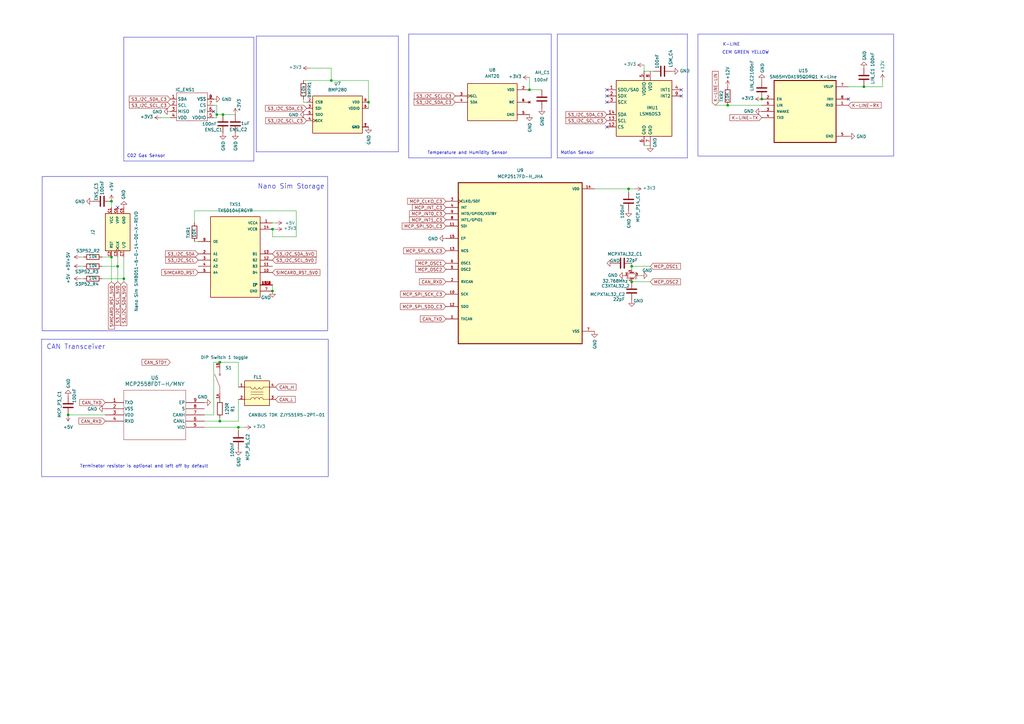
<source format=kicad_sch>
(kicad_sch (version 20240819) (generator "eeschema") (generator_version "8.99")
  (paper "A3")
  (title_block (date "2024-04-27"))
  (lib_symbols
    (symbol "AeonLabs_IC:MCP2517FD-H_JHA" (pin_names (offset 1.016))
      (property "Reference" "U" (at -25.4 34.02 0))
      (property "Value" "MCP2517FD-H_JHA" (at -25.4 -37.02 0))
      (symbol "MCP2517FD-H_JHA_0_0"
        (rectangle (start -25.4 -33.02) (end 25.4 33.02) (stroke (width 0.41)) (fill (type background)))
        (pin input clock (at -30.48 25.4 0) (length 5.08) (name "CLKO/SOF") (number "3"))
        (pin input line (at -30.48 22.86 0) (length 5.08) (name "INT") (number "4"))
        (pin input line (at -30.48 20.32 0) (length 5.08) (name "INT0/GPIO0/XSTBY") (number "9"))
        (pin input line (at -30.48 17.78 0) (length 5.08) (name "INT1/GPIO1") (number "8"))
        (pin input line (at -30.48 15.24 0) (length 5.08) (name "SDI") (number "11"))
        (pin bidirectional line (at -30.48 10.16 0) (length 5.08) (name "EP") (number "15"))
        (pin bidirectional line (at -30.48 5.08 0) (length 5.08) (name "NCS") (number "13"))
        (pin bidirectional line (at -30.48 0 0) (length 5.08) (name "OSC1") (number "6"))
        (pin bidirectional line (at -30.48 -2.54 0) (length 5.08) (name "OSC2") (number "5"))
        (pin bidirectional line (at -30.48 -7.62 0) (length 5.08) (name "RXCAN") (number "2"))
        (pin bidirectional line (at -30.48 -12.7 0) (length 5.08) (name "SCK") (number "10"))
        (pin bidirectional line (at -30.48 -17.78 0) (length 5.08) (name "SDO") (number "12"))
        (pin bidirectional line (at -30.48 -22.86 0) (length 5.08) (name "TXCAN") (number "1"))
        (pin power_in line (at 30.48 30.48 180) (length 5.08) (name "VDD") (number "14"))
        (pin power_in line (at 30.48 -27.94 180) (length 5.08) (name "VSS") (number "7"))
      )
    )
    (symbol "AeonLabs_IC:MCP2558FDT-H_MNY" (pin_names (offset 0.254))
      (property "Reference" "U" (at 20.32 10.16 0))
      (property "Value" "MCP2558FDT-H/MNY" (at 20.32 7.62 0))
      (symbol "MCP2558FDT-H_MNY_0_1"
        (polyline (pts (xy 7.62 5.08) (xy 7.62 -15.24)) (stroke (width 0.127)))
        (polyline (pts (xy 7.62 -15.24) (xy 33.02 -15.24)) (stroke (width 0.127)))
        (polyline (pts (xy 33.02 5.08) (xy 7.62 5.08)) (stroke (width 0.127)))
        (polyline (pts (xy 33.02 -15.24) (xy 33.02 5.08)) (stroke (width 0.127)))
        (pin input line (at 0 0 0) (length 7.62) (name "TXD") (number "1"))
        (pin power_out line (at 0 -2.54 0) (length 7.62) (name "VSS") (number "2"))
        (pin power_in line (at 0 -5.08 0) (length 7.62) (name "VDD") (number "3"))
        (pin output line (at 0 -7.62 0) (length 7.62) (name "RXD") (number "4"))
        (pin power_out line (at 40.64 0 180) (length 7.62) (name "EP") (number "9"))
        (pin input line (at 40.64 -2.54 180) (length 7.62) (name "S") (number "8"))
        (pin output line (at 40.64 -5.08 180) (length 7.62) (name "CANH") (number "7"))
        (pin output line (at 40.64 -7.62 180) (length 7.62) (name "CANL") (number "6"))
        (pin power_in line (at 40.64 -10.16 180) (length 7.62) (name "VIO") (number "5"))
      )
    )
    (symbol "AeonLabs_IC:SN65HVDA195QDRQ1 K-Line" (pin_names (offset 1.016))
      (property "Reference" "U" (at -12.7 13.7 0))
      (property "Value" "SN65HVDA195QDRQ1 K-Line" (at -12.7 -16.7 0))
      (symbol "SN65HVDA195QDRQ1 K-Line_0_0"
        (rectangle (start -12.7 -12.7) (end 12.7 12.7) (stroke (width 0.41)) (fill (type background)))
        (pin input line (at -17.78 5.08 0) (length 5.08) (name "EN") (number "2"))
        (pin input line (at -17.78 2.54 0) (length 5.08) (name "LIN") (number "6"))
        (pin input line (at -17.78 0 0) (length 5.08) (name "NWAKE") (number "3"))
        (pin input line (at -17.78 -2.54 0) (length 5.08) (name "TXD") (number "4"))
        (pin power_in line (at 17.78 10.16 180) (length 5.08) (name "VSUP") (number "7"))
        (pin output line (at 17.78 5.08 180) (length 5.08) (name "INH") (number "8"))
        (pin output line (at 17.78 2.54 180) (length 5.08) (name "RXD") (number "1"))
        (pin power_in line (at 17.78 -10.16 180) (length 5.08) (name "GND") (number "5"))
      )
    )
    (symbol "AeonLabs_IC:TXS0104ERGYR" (pin_names (offset 1.016))
      (property "Reference" "TXS1" (at 0 21.4798 0))
      (property "Value" "TXS0104ERGYR" (at 0 18.9429 0))
      (symbol "TXS0104ERGYR_0_0"
        (rectangle (start -10.16 -15.24) (end 10.16 17.78) (stroke (width 0.254)) (fill (type background)))
        (pin input line (at -15.24 7.62 0) (length 5.08) (name "OE") (number "8"))
        (pin bidirectional line (at -15.24 2.54 0) (length 5.08) (name "A1") (number "2"))
        (pin bidirectional line (at -15.24 0 0) (length 5.08) (name "A2") (number "3"))
        (pin bidirectional line (at -15.24 -2.54 0) (length 5.08) (name "A3") (number "4"))
        (pin bidirectional line (at -15.24 -5.08 0) (length 5.08) (name "A4") (number "5"))
        (pin power_in line (at 15.24 15.24 180) (length 5.08) (name "VCCA") (number "1"))
        (pin power_in line (at 15.24 12.7 180) (length 5.08) (name "VCCB") (number "14"))
        (pin bidirectional line (at 15.24 2.54 180) (length 5.08) (name "B1") (number "13"))
        (pin bidirectional line (at 15.24 0 180) (length 5.08) (name "B2") (number "12"))
        (pin bidirectional line (at 15.24 -2.54 180) (length 5.08) (name "B3") (number "11"))
        (pin bidirectional line (at 15.24 -5.08 180) (length 5.08) (name "B4") (number "10"))
        (pin power_in line (at 15.24 -10.16 180) (length 5.08) (name "EP") (number "15"))
        (pin power_in line (at 15.24 -10.16 180) (length 5.08) (name "EP") (number "15_1"))
        (pin power_in line (at 15.24 -10.16 180) (length 5.08) (name "EP") (number "15_2"))
        (pin power_in line (at 15.24 -10.16 180) (length 5.08) (name "EP") (number "15_3"))
        (pin power_in line (at 15.24 -10.16 180) (length 5.08) (name "EP") (number "15_4"))
        (pin power_in line (at 15.24 -12.7 180) (length 5.08) (name "GND") (number "7"))
      )
    )
    (symbol "AeonLabs_Power:CANBUS TDK ZJYS51R5-2PT-01" (pin_names (offset 1.016))
      (property "Reference" "FL" (at -5.0836 5.5919 0))
      (property "Value" "CANBUS TDK ZJYS51R5-2PT-01" (at -5.086 -7.1204 0))
      (symbol "CANBUS TDK ZJYS51R5-2PT-01_0_0"
        (rectangle (start -5.08 5.08) (end 5.08 -5.08) (stroke (width 0.254)) (fill (type background)))
        (polyline (pts (xy -2.54 2.54) (xy -5.08 2.54)) (stroke (width 0.1524)))
        (polyline (pts (xy -2.54 0.508) (xy 2.54 0.508)) (stroke (width 0.1524)))
        (polyline (pts (xy -2.54 -0.508) (xy 2.54 -0.508)) (stroke (width 0.1524)))
        (polyline (pts (xy -2.54 -2.54) (xy -5.08 -2.54)) (stroke (width 0.1524)))
        (arc (start -0.889 2.54) (mid -1.7145 1.7181) (end -2.54 2.54) (stroke (width 0.1524)))
        (arc (start -2.54 -2.54) (mid -1.7145 -1.7181) (end -0.889 -2.54) (stroke (width 0.1524)))
        (arc (start 0.889 2.54) (mid 0 1.6548) (end -0.889 2.54) (stroke (width 0.1524)))
        (arc (start -0.889 -2.54) (mid 0 -1.6548) (end 0.889 -2.54) (stroke (width 0.1524)))
        (arc (start 2.54 2.54) (mid 1.7145 1.7181) (end 0.889 2.54) (stroke (width 0.1524)))
        (arc (start 0.889 -2.54) (mid 1.7145 -1.7181) (end 2.54 -2.54) (stroke (width 0.1524)))
        (polyline (pts (xy 2.54 2.54) (xy 5.08 2.54)) (stroke (width 0.1524)))
        (polyline (pts (xy 2.54 -2.54) (xy 5.08 -2.54)) (stroke (width 0.1524)))
        (pin passive line (at -7.62 2.54 0) (length 2.54) (name "~") (number "1"))
        (pin passive line (at -7.62 -2.54 0) (length 2.54) (name "~") (number "2"))
        (pin passive line (at 7.62 2.54 180) (length 2.54) (name "~") (number "4"))
        (pin passive line (at 7.62 -2.54 180) (length 2.54) (name "~") (number "3"))
      )
    )
    (symbol "AeonLabs_Sensors:BMP280" (pin_names (offset 1.016))
      (property "Reference" "U" (at -10.1796 7.6347 0))
      (property "Value" "BMP280" (at -10.1693 -10.1693 0))
      (symbol "BMP280_0_0"
        (rectangle (start -10.16 -7.62) (end 10.16 7.62) (stroke (width 0.254)) (fill (type background)))
        (pin input line (at -12.7 5.08 0) (length 2.54) (name "CSB") (number "2"))
        (pin bidirectional line (at -12.7 2.54 0) (length 2.54) (name "SDI") (number "3"))
        (pin bidirectional line (at -12.7 0 0) (length 2.54) (name "SDO") (number "5"))
        (pin input clock (at -12.7 -2.54 0) (length 2.54) (name "SCK") (number "4"))
        (pin power_in line (at 12.7 5.08 180) (length 2.54) (name "VDD") (number "8"))
        (pin power_in line (at 12.7 2.54 180) (length 2.54) (name "VDDIO") (number "6"))
        (pin power_in line (at 12.7 -5.08 180) (length 2.54) (name "GND") (number "1"))
        (pin power_in line (at 12.7 -5.08 180) (length 2.54) (name "GND") (number "7"))
      )
    )
    (symbol "AeonLabs_Sensors:ENS160_Gas_Sensor"
      (property "Reference" "IC_ENS" (at -3.81 6.35 0))
      (symbol "ENS160_Gas_Sensor_0_1"
        (rectangle (start -6.35 5.08) (end 6.35 -6.35))
      )
      (symbol "ENS160_Gas_Sensor_1_1"
        (pin bidirectional line (at -8.89 2.54 0) (length 2.54) (name "SDA") (number "1"))
        (pin input line (at -8.89 0 0) (length 2.54) (name "SCL") (number "2"))
        (pin bidirectional line (at -8.89 -2.54 0) (length 2.54) (name "MISO") (number "3"))
        (pin power_in line (at -8.89 -5.08 0) (length 2.54) (name "VDD") (number "4"))
        (pin power_out line (at 8.89 2.54 180) (length 2.54) (name "VSS") (number "8"))
        (pin power_out line (at 8.89 2.54 180) (length 2.54) (name "VSS") (number "9"))
        (pin input line (at 8.89 0 180) (length 2.54) (name "CS") (number "7"))
        (pin output line (at 8.89 -2.54 180) (length 2.54) (name "INT") (number "6"))
        (pin power_in line (at 8.89 -5.08 180) (length 2.54) (name "VDDIO") (number "5"))
      )
    )
    (symbol "AeonLabs_connectors:DIP Switch 1 toggle" (pin_names (offset 1.016) hide)
      (property "Reference" "S" (at -2.54 2.54 0))
      (property "Value" "DIP Switch 1 toggle" (at -2.54 -2.54 0))
      (symbol "DIP Switch 1 toggle_0_0"
        (polyline (pts (xy -2.54 0) (xy 2.794 2.1336)) (stroke (width 0.1524)))
        (polyline (pts (xy -2.54 0) (xy -5.08 0)) (stroke (width 0.1524)))
        (circle (center 2.54 0) (radius 0.3302) (stroke (width 0.1524)))
        (polyline (pts (xy 5.08 0) (xy 2.921 0)) (stroke (width 0.1524)))
        (pin passive line (at -7.62 0 0) (length 2.54) (name "~") (number "1A"))
        (pin passive line (at 7.62 0 180) (length 2.54) (name "~") (number "1B"))
      )
    )
    (symbol "AeonLabs_connectors:Nano Sim SIM8051-6-0-14-00-X-REVD" (pin_names (offset 1.016))
      (property "Reference" "J" (at -7.6275 5.5935 0))
      (property "Value" "Nano Sim SIM8051-6-0-14-00-X-REVD" (at -7.6344 -7.6344 0))
      (symbol "Nano Sim SIM8051-6-0-14-00-X-REVD_0_0"
        (rectangle (start -7.62 -5.08) (end 7.62 5.08) (stroke (width 0.254)) (fill (type background)))
        (pin input line (at -10.16 2.54 0) (length 2.54) (name "RST") (number "C2"))
        (pin input clock (at -10.16 0 0) (length 2.54) (name "CLK") (number "C3"))
        (pin bidirectional line (at -10.16 -2.54 0) (length 2.54) (name "I/O") (number "C7"))
        (pin power_in line (at 10.16 2.54 180) (length 2.54) (name "VCC") (number "C1"))
        (pin power_in line (at 10.16 0 180) (length 2.54) (name "VPP") (number "C6"))
        (pin power_in line (at 10.16 -2.54 180) (length 2.54) (name "GND") (number "C5"))
      )
    )
    (symbol "Device:C" (pin_numbers hide) (pin_names (offset 0.254))
      (property "Reference" "C" (at 0.635 2.54 0))
      (property "Value" "C" (at 0.635 -2.54 0))
      (symbol "C_0_1"
        (polyline (pts (xy -2.032 0.762) (xy 2.032 0.762)) (stroke (width 0.508)))
        (polyline (pts (xy -2.032 -0.762) (xy 2.032 -0.762)) (stroke (width 0.508)))
      )
      (symbol "C_1_1"
        (pin passive line (at 0 3.81 270) (length 2.794) (name "~") (number "1"))
        (pin passive line (at 0 -3.81 90) (length 2.794) (name "~") (number "2"))
      )
    )
    (symbol "Device:Crystal_GND24_Small" (pin_names (offset 1.016) hide)
      (property "Reference" "Y" (at 1.27 4.445 0))
      (property "Value" "Crystal_GND24_Small" (at 1.27 2.54 0))
      (symbol "Crystal_GND24_Small_0_1"
        (polyline (pts (xy -1.27 1.27) (xy -1.27 1.905) (xy 1.27 1.905) (xy 1.27 1.27)))
        (polyline (pts (xy -1.27 -0.762) (xy -1.27 0.762)) (stroke (width 0.381)))
        (polyline (pts (xy -1.27 -1.27) (xy -1.27 -1.905) (xy 1.27 -1.905) (xy 1.27 -1.27)))
        (rectangle (start -0.762 -1.524) (end 0.762 1.524))
        (polyline (pts (xy 1.27 -0.762) (xy 1.27 0.762)) (stroke (width 0.381)))
      )
      (symbol "Crystal_GND24_Small_1_1"
        (pin passive line (at -2.54 0 0) (length 1.27) (name "1") (number "1"))
        (pin passive line (at 0 2.54 270) (length 0.635) (name "4") (number "4"))
        (pin passive line (at 0 -2.54 90) (length 0.635) (name "2") (number "2"))
        (pin passive line (at 2.54 0 180) (length 1.27) (name "3") (number "3"))
      )
    )
    (symbol "Device:R" (pin_numbers hide) (pin_names (offset 0))
      (property "Reference" "R" (at 2.032 0 90))
      (property "Value" "R" (at 0 0 90))
      (symbol "R_0_1"
        (rectangle (start -1.016 -2.54) (end 1.016 2.54) (stroke (width 0.254)))
      )
      (symbol "R_1_1"
        (pin passive line (at 0 3.81 270) (length 1.27) (name "~") (number "1"))
        (pin passive line (at 0 -3.81 90) (length 1.27) (name "~") (number "2"))
      )
    )
    (symbol "Sensor:AHT20" (pin_names (offset 1.016))
      (property "Reference" "U" (at -10.16 8.509 0))
      (property "Value" "AHT20" (at -10.16 -10.16 0))
      (symbol "AHT20_0_0"
        (rectangle (start -10.16 -7.62) (end 10.16 7.62) (stroke (width 0.254)) (fill (type background)))
        (pin input clock (at -15.24 2.54 0) (length 5.08) (name "SCL") (number "3"))
        (pin bidirectional line (at -15.24 0 0) (length 5.08) (name "SDA") (number "4"))
        (pin power_in line (at 15.24 5.08 180) (length 5.08) (name "VDD") (number "2"))
        (pin no_connect line (at 15.24 0 180) (length 5.08) (name "NC") (number "1"))
        (pin no_connect line (at 15.24 0 180) (length 5.08) (name "NC") (number "6"))
        (pin power_in line (at 15.24 -5.08 180) (length 5.08) (name "GND") (number "5"))
      )
    )
    (symbol "Sensor_Motion:LSM6DS3"
      (property "Reference" "U" (at -11.43 15.24 0))
      (property "Value" "LSM6DS3" (at -11.43 12.7 0))
      (symbol "LSM6DS3_0_1"
        (rectangle (start 11.43 11.43) (end -11.43 -11.43) (stroke (width 0.254)) (fill (type background)))
      )
      (symbol "LSM6DS3_1_1"
        (pin bidirectional line (at -15.24 7.62 0) (length 3.81) (name "SDO/SA0") (number "1"))
        (pin bidirectional line (at -15.24 5.08 0) (length 3.81) (name "SDX") (number "2"))
        (pin input line (at -15.24 2.54 0) (length 3.81) (name "SCX") (number "3"))
        (pin bidirectional line (at -15.24 -2.54 0) (length 3.81) (name "SDA") (number "14"))
        (pin input line (at -15.24 -5.08 0) (length 3.81) (name "SCL") (number "13"))
        (pin input line (at -15.24 -7.62 0) (length 3.81) (name "CS") (number "12"))
        (pin power_in line (at 0 15.24 270) (length 3.81) (name "VDDIO") (number "5"))
        (pin power_in line (at 0 -15.24 90) (length 3.81) (name "GND") (number "6"))
        (pin power_in line (at 2.54 15.24 270) (length 3.81) (name "VDD") (number "8"))
        (pin power_in line (at 2.54 -15.24 90) (length 3.81) (name "GND") (number "7"))
        (pin no_connect line (at 10.16 -2.54 180) (length 3.81) hide (name "NC") (number "11"))
        (pin no_connect line (at 10.16 -5.08 180) (length 3.81) hide (name "NC") (number "10"))
        (pin output line (at 15.24 7.62 180) (length 3.81) (name "INT1") (number "4"))
        (pin output line (at 15.24 5.08 180) (length 3.81) (name "INT2") (number "9"))
      )
    )
    (symbol "power:+12V" (power) (pin_names (offset 0))
      (property "Value" "+12V" (at 0 3.556 0))
      (symbol "+12V_0_1"
        (polyline (pts (xy -0.762 1.27) (xy 0 2.54)))
        (polyline (pts (xy 0 2.54) (xy 0.762 1.27)))
        (polyline (pts (xy 0 0) (xy 0 2.54)))
      )
      (symbol "+12V_1_1"
        (pin power_in line (at 0 0 90) (length 0) hide (name "+12V") (number "1"))
      )
    )
    (symbol "power:+3V3" (power) (pin_names (offset 0))
      (property "Value" "+3V3" (at 0 3.556 0))
      (symbol "+3V3_0_1"
        (polyline (pts (xy -0.762 1.27) (xy 0 2.54)))
        (polyline (pts (xy 0 2.54) (xy 0.762 1.27)))
        (polyline (pts (xy 0 0) (xy 0 2.54)))
      )
      (symbol "+3V3_1_1"
        (pin power_in line (at 0 0 90) (length 0) hide (name "+3V3") (number "1"))
      )
    )
    (symbol "power:+5V" (power) (pin_names (offset 0))
      (property "Value" "+5V" (at 0 3.556 0))
      (symbol "+5V_0_1"
        (polyline (pts (xy -0.762 1.27) (xy 0 2.54)))
        (polyline (pts (xy 0 2.54) (xy 0.762 1.27)))
        (polyline (pts (xy 0 0) (xy 0 2.54)))
      )
      (symbol "+5V_1_1"
        (pin power_in line (at 0 0 90) (length 0) hide (name "+5V") (number "1"))
      )
    )
    (symbol "power:GND" (power) (pin_names (offset 0))
      (property "Value" "GND" (at 0 -3.81 0))
      (symbol "GND_0_1"
        (polyline (pts (xy 0 0) (xy 0 -1.27) (xy 1.27 -1.27) (xy 0 -2.54) (xy -1.27 -1.27) (xy 0 -1.27)))
      )
      (symbol "GND_1_1"
        (pin power_in line (at 0 0 270) (length 0) hide (name "GND") (number "1"))
      )
    )
  )
  (rectangle (start 17.272 72.39) (end 134.366 135.636))
  (rectangle (start 105.1306 14.7828) (end 163.3982 62.2808))
  (rectangle (start 17.0434 139.1158) (end 134.62 195.4784))
  (rectangle (start 286.258 13.97) (end 366.522 64.008))
  (text "CEM GREEN YELLOW" (at 305.816 21.59 0) (effects (font (size 1.27 1.27))))
  (text "Motion Sensor" (at 229.87 63.5 0) (effects (font (size 1.27 1.27)) (justify left bottom)))
  (text "C02 Gas Sensor" (at 52.07 64.77 0) (effects (font (size 1.27 1.27)) (justify left bottom)))
  (text "Temperature and Humidity Sensor" (at 175.26 63.5 0) (effects (font (size 1.27 1.27)) (justify left bottom)))
  (text "Terminator resistor is optional and left off by default" (at 32.766 192.024 0) (effects (font (size 1.27 1.27)) (justify left bottom)))
  (text "Nano Sim Storage" (at 105.664 77.724 0) (effects (font (size 1.9812 1.9812)) (justify left bottom)))
  (text "CAN Transceiver" (at 19.05 143.51 0) (effects (font (size 1.9812 1.9812)) (justify left bottom)))
  (text "K-LINE" (at 296.418 19.05 0) (effects (font (size 1.27 1.27)) (justify left bottom)))
  (junction (at 151.13 41.91))
  (junction (at 90.17 172.72))
  (junction (at 91.44 46.99))
  (junction (at 90.17 148.59))
  (junction (at 257.81 77.47))
  (junction (at 354.33 35.56))
  (junction (at 312.42 40.64))
  (junction (at 27.94 170.18))
  (junction (at 259.08 115.57))
  (junction (at 88.9 46.99))
  (junction (at 259.08 109.22))
  (junction (at 298.45 43.18))
  (junction (at 50.8 114.3))
  (junction (at 111.76 93.98))
  (junction (at 111.76 119.38))
  (junction (at 135.89 33.02))
  (junction (at 45.72 105.41))
  (junction (at 217.17 36.83))
  (junction (at 48.26 109.22))
  (junction (at 97.79 175.26))
  (junction (at 45.72 82.55))
  (no_connect (at 347.98 40.64))
  (no_connect (at 248.92 41.91))
  (no_connect (at 279.4 36.83))
  (no_connect (at 248.92 52.07))
  (no_connect (at 279.4 39.37))
  (no_connect (at 87.63 45.72))
  (no_connect (at 248.92 36.83))
  (no_connect (at 248.92 39.37))
  (no_connect (at 48.26 85.09))
  (wire (pts (xy 298.45 43.18) (xy 312.42 43.18)))
  (wire (pts (xy 259.08 107.95) (xy 259.08 109.22)))
  (wire (pts (xy 79.756 86.487) (xy 121.4882 86.487)))
  (polyline (pts (xy 50.8 66.04) (xy 104.14 66.04)))
  (polyline (pts (xy 167.64 64.77) (xy 167.64 13.97)))
  (wire (pts (xy 48.26 109.22) (xy 48.26 105.41)))
  (wire (pts (xy 90.17 172.72) (xy 97.79 172.72)))
  (wire (pts (xy 127 27.94) (xy 135.89 27.94)))
  (wire (pts (xy 41.91 105.41) (xy 45.72 105.41)))
  (wire (pts (xy 293.37 43.18) (xy 298.45 43.18)))
  (wire (pts (xy 354.33 35.56) (xy 347.98 35.56)))
  (wire (pts (xy 48.26 115.57) (xy 48.26 109.22)))
  (wire (pts (xy 79.756 86.487) (xy 79.756 91.4146)))
  (wire (pts (xy 135.89 33.02) (xy 151.13 33.02)))
  (wire (pts (xy 135.89 27.94) (xy 135.89 33.02)))
  (wire (pts (xy 27.94 170.18) (xy 43.18 170.18)))
  (wire (pts (xy 121.4882 97.1042) (xy 111.76 97.1042)))
  (polyline (pts (xy 228.6 64.77) (xy 281.94 64.77)))
  (wire (pts (xy 361.95 33.02) (xy 361.95 35.56)))
  (wire (pts (xy 151.13 41.91) (xy 151.13 44.45)))
  (polyline (pts (xy 167.64 64.77) (xy 226.06 64.77)))
  (wire (pts (xy 88.9 43.18) (xy 88.9 46.99)))
  (wire (pts (xy 125.73 41.91) (xy 124.46 41.91)))
  (wire (pts (xy 260.35 77.47) (xy 257.81 77.47)))
  (wire (pts (xy 266.7 59.69) (xy 264.16 59.69)))
  (wire (pts (xy 97.79 176.53) (xy 97.79 175.26)))
  (polyline (pts (xy 281.94 13.97) (xy 281.94 64.77)))
  (polyline (pts (xy 104.14 15.24) (xy 104.14 66.04)))
  (wire (pts (xy 87.63 43.18) (xy 88.9 43.18)))
  (wire (pts (xy 83.82 170.18) (xy 87.63 170.18)))
  (wire (pts (xy 264.16 29.21) (xy 267.97 29.21)))
  (wire (pts (xy 97.79 163.83) (xy 97.79 172.72)))
  (wire (pts (xy 124.46 41.91) (xy 124.46 40.64)))
  (wire (pts (xy 151.13 33.02) (xy 151.13 41.91)))
  (wire (pts (xy 124.46 33.02) (xy 135.89 33.02)))
  (wire (pts (xy 45.72 115.57) (xy 45.72 105.41)))
  (wire (pts (xy 259.08 115.57) (xy 266.7 115.57)))
  (polyline (pts (xy 226.06 13.97) (xy 226.06 64.77)))
  (wire (pts (xy 88.9 46.99) (xy 88.9 48.26)))
  (wire (pts (xy 217.17 36.83) (xy 222.25 36.83)))
  (wire (pts (xy 90.17 171.45) (xy 90.17 172.72)))
  (wire (pts (xy 264.16 26.67) (xy 264.16 29.21)))
  (wire (pts (xy 50.8 114.3) (xy 50.8 105.41)))
  (wire (pts (xy 100.33 175.26) (xy 97.79 175.26)))
  (wire (pts (xy 261.62 113.03) (xy 262.89 113.03)))
  (wire (pts (xy 87.63 148.59) (xy 90.17 148.59)))
  (wire (pts (xy 257.81 78.74) (xy 257.81 77.47)))
  (wire (pts (xy 243.84 77.47) (xy 257.81 77.47)))
  (polyline (pts (xy 228.6 13.97) (xy 281.94 13.97)))
  (polyline (pts (xy 228.6 64.77) (xy 228.6 13.97)))
  (wire (pts (xy 111.76 116.84) (xy 111.76 119.38)))
  (polyline (pts (xy 167.64 13.97) (xy 226.06 13.97)))
  (wire (pts (xy 361.95 35.56) (xy 354.33 35.56)))
  (wire (pts (xy 83.82 175.26) (xy 97.79 175.26)))
  (wire (pts (xy 91.44 46.99) (xy 96.52 46.99)))
  (wire (pts (xy 33.02 109.22) (xy 34.29 109.22)))
  (wire (pts (xy 66.04 48.26) (xy 69.85 48.26)))
  (wire (pts (xy 41.91 109.22) (xy 48.26 109.22)))
  (polyline (pts (xy 50.8 15.24) (xy 104.14 15.24)))
  (wire (pts (xy 113.03 91.44) (xy 111.76 91.44)))
  (wire (pts (xy 33.02 105.41) (xy 34.29 105.41)))
  (wire (pts (xy 45.72 82.55) (xy 45.72 85.09)))
  (wire (pts (xy 87.63 48.26) (xy 88.9 48.26)))
  (wire (pts (xy 33.02 114.3) (xy 34.29 114.3)))
  (wire (pts (xy 79.756 99.0346) (xy 81.28 99.06)))
  (wire (pts (xy 83.82 172.72) (xy 90.17 172.72)))
  (wire (pts (xy 111.76 97.1042) (xy 111.76 93.98)))
  (wire (pts (xy 50.8 115.57) (xy 50.8 114.3)))
  (wire (pts (xy 266.7 109.22) (xy 259.08 109.22)))
  (wire (pts (xy 88.9 46.99) (xy 91.44 46.99)))
  (wire (pts (xy 41.91 114.3) (xy 50.8 114.3)))
  (wire (pts (xy 90.17 148.59) (xy 97.79 148.59)))
  (wire (pts (xy 121.4882 86.487) (xy 121.4882 97.1042)))
  (wire (pts (xy 87.63 148.59) (xy 87.63 170.18)))
  (wire (pts (xy 97.79 148.59) (xy 97.79 158.75)))
  (wire (pts (xy 111.76 93.98) (xy 113.03 93.98)))
  (wire (pts (xy 217.17 31.75) (xy 217.17 36.83)))
  (polyline (pts (xy 50.8 66.04) (xy 50.8 15.24)))
  (wire (pts (xy 259.08 109.22) (xy 259.08 110.49)))
  (global_label "S3_I2C_SDA_5VO" (shape input) (at 111.76 104.14 0) (property "Intersheetrefs" "${INTERSHEET_REFS}" (effects (hide yes))))
  (global_label "MCP_INT0_C3" (shape input) (at 182.88 87.63 180) (property "Intersheetrefs" "${INTERSHEET_REFS}" (effects (hide yes))))
  (global_label "S3_I2C_SDA_C3" (shape input) (at 125.73 44.45 180) (property "Intersheetrefs" "${INTERSHEET_REFS}" (effects (hide yes))))
  (global_label "S3_I2C_SCL" (shape input) (at 81.28 106.68 180) (property "Intersheetrefs" "${INTERSHEET_REFS}" (effects (hide yes))))
  (global_label "S3_I2C_SDA" (shape input) (at 81.28 104.14 180) (property "Intersheetrefs" "${INTERSHEET_REFS}" (effects (hide yes))))
  (global_label "SIMCARD_RST_5V0" (shape input) (at 45.72 115.57 270) (property "Intersheetrefs" "${INTERSHEET_REFS}" (effects (hide yes))))
  (global_label "MCP_SPI_SDI_C3" (shape input) (at 182.88 92.71 180) (property "Intersheetrefs" "${INTERSHEET_REFS}" (effects (hide yes))))
  (global_label "S3_I2C_SCL_5V0" (shape input) (at 48.26 115.57 270) (property "Intersheetrefs" "${INTERSHEET_REFS}" (effects (hide yes))))
  (global_label "MCP_OSC1" (shape input) (at 266.7 109.22 0) (property "Intersheetrefs" "${INTERSHEET_REFS}" (effects (hide yes))))
  (global_label "S3_I2C_SDA_5VO" (shape input) (at 50.8 115.57 270) (property "Intersheetrefs" "${INTERSHEET_REFS}" (effects (hide yes))))
  (global_label "MCP_OSC1" (shape input) (at 182.88 107.95 180) (property "Intersheetrefs" "${INTERSHEET_REFS}" (effects (hide yes))))
  (global_label "S3_I2C_SCL_C3" (shape input) (at 248.92 49.53 180) (property "Intersheetrefs" "${INTERSHEET_REFS}" (effects (hide yes))))
  (global_label "CAN_STDY" (shape input) (at 69.85 148.59 180) (property "Intersheetrefs" "${INTERSHEET_REFS}" (effects (hide yes))))
  (global_label "K-LINE-RX" (shape input) (at 347.98 43.18 0) (property "Intersheetrefs" "${INTERSHEET_REFS}" (effects (hide yes))))
  (global_label "CAN_RXD" (shape input) (at 182.88 115.57 180) (property "Intersheetrefs" "${INTERSHEET_REFS}" (effects (hide yes))))
  (global_label "K-LINE-LIN" (shape input) (at 293.37 43.18 90) (property "Intersheetrefs" "${INTERSHEET_REFS}" (effects (hide yes))))
  (global_label "MCP_SPI_SDO_C3" (shape input) (at 182.88 125.73 180) (property "Intersheetrefs" "${INTERSHEET_REFS}" (effects (hide yes))))
  (global_label "MCP_SPI_CS_C3" (shape input) (at 182.88 102.87 180) (property "Intersheetrefs" "${INTERSHEET_REFS}" (effects (hide yes))))
  (global_label "S3_I2C_SCL_5V0" (shape input) (at 111.76 106.68 0) (property "Intersheetrefs" "${INTERSHEET_REFS}" (effects (hide yes))))
  (global_label "MCP_INT_C3" (shape input) (at 182.88 85.09 180) (property "Intersheetrefs" "${INTERSHEET_REFS}" (effects (hide yes))))
  (global_label "K-LINE-TX" (shape input) (at 312.42 48.26 180) (property "Intersheetrefs" "${INTERSHEET_REFS}" (effects (hide yes))))
  (global_label "CAN_TXD" (shape input) (at 182.88 130.81 180) (property "Intersheetrefs" "${INTERSHEET_REFS}" (effects (hide yes))))
  (global_label "S3_I2C_SDA_C3" (shape input) (at 69.85 40.64 180) (property "Intersheetrefs" "${INTERSHEET_REFS}" (effects (hide yes))))
  (global_label "S3_I2C_SCL_C3" (shape input) (at 125.73 49.53 180) (property "Intersheetrefs" "${INTERSHEET_REFS}" (effects (hide yes))))
  (global_label "MCP_OSC2" (shape input) (at 266.7 115.57 0) (property "Intersheetrefs" "${INTERSHEET_REFS}" (effects (hide yes))))
  (global_label "S3_I2C_SDA_C3" (shape input) (at 186.69 41.91 180) (property "Intersheetrefs" "${INTERSHEET_REFS}" (effects (hide yes))))
  (global_label "S3_I2C_SDA_C3" (shape input) (at 248.92 46.99 180) (property "Intersheetrefs" "${INTERSHEET_REFS}" (effects (hide yes))))
  (global_label "MCP_OSC2" (shape input) (at 182.88 110.49 180) (property "Intersheetrefs" "${INTERSHEET_REFS}" (effects (hide yes))))
  (global_label "CAN_RXD" (shape input) (at 43.18 172.72 180) (property "Intersheetrefs" "${INTERSHEET_REFS}" (effects (hide yes))))
  (global_label "SIMCARD_RST_5V0" (shape input) (at 111.76 111.76 0) (property "Intersheetrefs" "${INTERSHEET_REFS}" (effects (hide yes))))
  (global_label "MCP_SPI_SCK_C3" (shape input) (at 182.88 120.65 180) (property "Intersheetrefs" "${INTERSHEET_REFS}" (effects (hide yes))))
  (global_label "S3_I2C_SCL_C3" (shape input) (at 186.69 39.37 180) (property "Intersheetrefs" "${INTERSHEET_REFS}" (effects (hide yes))))
  (global_label "CAN_TXD" (shape input) (at 43.18 165.1 180) (property "Intersheetrefs" "${INTERSHEET_REFS}" (effects (hide yes))))
  (global_label "S3_I2C_SCL_C3" (shape input) (at 69.85 43.18 180) (property "Intersheetrefs" "${INTERSHEET_REFS}" (effects (hide yes))))
  (global_label "MCP_INT1_C3" (shape input) (at 182.88 90.17 180) (property "Intersheetrefs" "${INTERSHEET_REFS}" (effects (hide yes))))
  (global_label "CAN_H" (shape input) (at 113.03 158.75 0) (property "Intersheetrefs" "${INTERSHEET_REFS}" (effects (hide yes))))
  (global_label "SIMCARD_RST" (shape input) (at 81.28 111.76 180) (property "Intersheetrefs" "${INTERSHEET_REFS}" (effects (hide yes))))
  (global_label "CAN_L" (shape input) (at 113.03 163.83 0) (property "Intersheetrefs" "${INTERSHEET_REFS}" (effects (hide yes))))
  (global_label "MCP_CLKO_C3" (shape input) (at 182.88 82.55 180) (property "Intersheetrefs" "${INTERSHEET_REFS}" (effects (hide yes))))
  (symbol (lib_id "power:+3V3") (at 96.52 46.99 0) (unit 1)
    (property "Reference" "#PWR0136" (effects (hide yes)))
    (property "Value" "+3V3" (at 98.0186 45.7962 90) (effects (justify left)))
  )
  (symbol (lib_id "AeonLabs_IC:TXS0104ERGYR") (at 96.52 106.68 0) (unit 1)
    (property "Reference" "TXS1" (at 96.52 83.82 0))
    (property "Value" "TXS0104ERGYR" (at 96.52 86.36 0))
    (property "Footprint" "AeonLabs_IC:TXS104 Bidirectional Logic Shifter" (effects (hide yes)))
    (property "MANUFACTURER" "TEXAS INSTRUMENTS" (effects (hide yes)))
    (property "PARTREV" "H" (effects (hide yes)))
    (property "STANDARD" "IPC 7351B" (effects (hide yes)))
  )
  (symbol (lib_id "power:GND") (at 354.33 27.94 180) (unit 1)
    (property "Reference" "#PWR0306" (effects (hide yes)))
    (property "Value" "GND" (at 354.584 24.892 90) (effects (justify right)))
  )
  (symbol (lib_id "AeonLabs_Power:CANBUS TDK ZJYS51R5-2PT-01") (at 105.41 161.29 0) (unit 1)
    (property "Reference" "FL1" (at 105.664 154.686 0))
    (property "Value" "CANBUS TDK ZJYS51R5-2PT-01" (at 117.602 170.18 0))
    (property "Footprint" "AeonLabs_Components:TDK ZJYS  CANBUS" (effects (hide yes)))
    (property "MF" "TDK" (effects (hide yes)))
    (property "Description_1" "\n2 Line Common Mode Choke Surface Mount 200 Ohms @ 100 MHz 2A DCR 120mOhm\n" (effects (hide yes)))
    (property "Package" "Horizontal-4 TDK" (effects (hide yes)))
    (property "Price" "None" (effects (hide yes)))
    (property "Check_prices" "https://www.snapeda.com/parts/ZJYS51R5-2PT-01/TDK/view-part/?ref=eda" (effects (hide yes)))
    (property "STANDARD" "Manufacturer Recommendations" (effects (hide yes)))
    (property "SnapEDA_Link" "https://www.snapeda.com/parts/ZJYS51R5-2PT-01/TDK/view-part/?ref=snap" (effects (hide yes)))
    (property "MP" "ZJYS51R5-2PT-01" (effects (hide yes)))
    (property "Availability" "In Stock" (effects (hide yes)))
    (property "MANUFACTURER" "TDK CORPORATION" (effects (hide yes)))
  )
  (symbol (lib_id "power:+12V") (at 361.95 33.02 0) (unit 1)
    (property "Reference" "#PWR0307" (effects (hide yes)))
    (property "Value" "+12V" (at 361.95 27.432 90))
  )
  (symbol (lib_id "Device:C") (at 271.78 29.21 270) (unit 1)
    (property "Reference" "LSM_C4" (at 275.082 20.32 0) (effects (justify left)))
    (property "Value" "100nF" (at 269.494 22.098 0) (effects (justify left)))
    (property "Footprint" "Capacitor_SMD:C_0402_1005Metric" (effects (hide yes)))
  )
  (symbol (lib_id "Device:R") (at 38.1 109.22 90) (unit 1)
    (property "Reference" "S3P52_R3" (at 35.6362 111.4298 90))
    (property "Value" "10k" (at 38.1254 108.966 90))
    (property "Footprint" "Resistor_SMD:R_0402_1005Metric" (effects (hide yes)))
  )
  (symbol (lib_id "Device:C") (at 41.91 82.55 90) (unit 1)
    (property "Reference" "ENS_C3" (at 39.497 82.3722 0) (effects (justify left)))
    (property "Value" "100nF" (at 41.8592 80.0608 0) (effects (justify left)))
    (property "Footprint" "Capacitor_SMD:C_0402_1005Metric" (effects (hide yes)))
  )
  (symbol (lib_id "AeonLabs_connectors:Nano Sim SIM8051-6-0-14-00-X-REVD") (at 48.26 95.25 90) (unit 1)
    (property "Reference" "J2" (at 38.1 95.25 0))
    (property "Value" "Nano Sim SIM8051-6-0-14-00-X-REVD" (at 55.88 107.188 0))
    (property "Footprint" "AeonLabs_Connectors:Nano Sim GCT_SIM8051-6-0-14-00-X-REVD" (effects (hide yes)))
    (property "MANUFACTURER" "GCT" (effects (hide yes)))
  )
  (symbol (lib_id "Device:C") (at 257.81 82.55 0) (mirror y) (unit 1)
    (property "Reference" "MCP_P14_C1" (at 261.62 91.186 90) (effects (justify left)))
    (property "Value" "100nF" (at 255.27 89.662 90) (effects (justify left)))
    (property "Footprint" "Capacitor_SMD:C_0402_1005Metric" (effects (hide yes)))
  )
  (symbol (lib_id "Device:Crystal_GND24_Small") (at 259.08 113.03 270) (mirror x) (unit 1)
    (property "Reference" "C3XTAL32_2" (at 252.476 117.2718 90))
    (property "Value" "32.768Mhz" (at 252.2982 115.2652 90))
    (property "Footprint" "Crystal:Crystal_SMD_3225-4Pin_3.2x2.5mm" (effects (hide yes)))
  )
  (symbol (lib_id "Device:C") (at 222.25 40.64 180) (unit 1)
    (property "Reference" "AH_C1" (at 225.552 29.718 0) (effects (justify left)))
    (property "Value" "100nF" (at 225.044 32.766 0) (effects (justify left)))
    (property "Footprint" "Capacitor_SMD:C_0402_1005Metric" (effects (hide yes)))
  )
  (symbol (lib_id "power:GND") (at 97.79 184.15 0) (unit 1)
    (property "Reference" "#PWR0138" (effects (hide yes)))
    (property "Value" "GND" (at 97.917 187.4012 90) (effects (justify right)))
  )
  (symbol (lib_id "power:GND") (at 91.44 54.61 0) (unit 1)
    (property "Reference" "#PWR0135" (effects (hide yes)))
    (property "Value" "GND" (at 91.567 57.8612 90) (effects (justify right)))
  )
  (symbol (lib_id "Device:C") (at 97.79 180.34 0) (mirror y) (unit 1)
    (property "Reference" "MCP_P5_C2" (at 101.6 188.976 90) (effects (justify left)))
    (property "Value" "100nF" (at 95.25 187.452 90) (effects (justify left)))
    (property "Footprint" "Capacitor_SMD:C_0402_1005Metric" (effects (hide yes)))
  )
  (symbol (lib_id "power:+5V") (at 33.02 105.41 90) (unit 1)
    (property "Reference" "#PWR0287" (effects (hide yes)))
    (property "Value" "+5V" (at 27.94 105.41 0))
  )
  (symbol (lib_id "AeonLabs_connectors:DIP Switch 1 toggle") (at 90.17 156.21 90) (unit 1)
    (property "Reference" "S1" (at 92.456 150.876 90) (effects (justify right)))
    (property "Value" "DIP Switch 1 toggle" (at 82.296 146.558 90) (effects (justify right)))
    (property "Footprint" "AeonLabs_Connectors:Dip Switch 1_toggle" (effects (hide yes)))
    (property "PARTREV" "V0.0" (effects (hide yes)))
    (property "MANUFACTURER" "CUI Inc." (effects (hide yes)))
    (property "STANDARD" "Manufacturer Recommendations" (effects (hide yes)))
    (property "MAXIMUM_PACKAGE_HEIGHT" "4.86 mm" (effects (hide yes)))
  )
  (symbol (lib_id "power:GND") (at 257.81 86.36 0) (unit 1)
    (property "Reference" "#PWR0150" (effects (hide yes)))
    (property "Value" "GND" (at 257.937 89.6112 90) (effects (justify right)))
  )
  (symbol (lib_id "power:GND") (at 43.18 167.64 270) (unit 1)
    (property "Reference" "#PWR0130" (effects (hide yes)))
    (property "Value" "GND" (at 39.9288 167.767 90) (effects (justify right)))
  )
  (symbol (lib_id "power:GND") (at 50.8 85.09 180) (unit 1)
    (property "Reference" "#PWR0291" (effects (hide yes)))
    (property "Value" "GND" (at 50.673 81.8388 90) (effects (justify right)))
  )
  (symbol (lib_id "power:GND") (at 38.1 82.55 270) (unit 1)
    (property "Reference" "#PWR0289" (effects (hide yes)))
    (property "Value" "GND" (at 34.8488 82.677 90) (effects (justify right)))
  )
  (symbol (lib_id "Device:C") (at 312.42 36.83 0) (mirror x) (unit 1)
    (property "Reference" "LIN_C2" (at 308.356 30.734 90) (effects (justify left)))
    (property "Value" "100nF" (at 308.356 24.638 90) (effects (justify left)))
    (property "Footprint" "Capacitor_SMD:C_0402_1005Metric" (effects (hide yes)))
  )
  (symbol (lib_id "Device:C") (at 255.27 107.95 270) (mirror x) (unit 1)
    (property "Reference" "MCPXTAL32_C1" (at 249.1486 104.1908 90) (effects (justify left)))
    (property "Value" "22pF" (at 256.7686 106.68 90) (effects (justify left)))
    (property "Footprint" "Capacitor_SMD:C_0402_1005Metric" (effects (hide yes)))
  )
  (symbol (lib_id "power:+5V") (at 27.94 170.18 180) (unit 1)
    (property "Reference" "#PWR0128" (effects (hide yes)))
    (property "Value" "+5V" (at 27.94 175.1838 0))
  )
  (symbol (lib_id "power:+3V3") (at 264.16 26.67 90) (unit 1)
    (property "Reference" "#PWR0153" (effects (hide yes)))
    (property "Value" "+3V3" (at 260.9088 26.289 90) (effects (justify left)))
  )
  (symbol (lib_id "power:GND") (at 111.76 119.38 0) (unit 1)
    (property "Reference" "#PWR0292" (effects (hide yes)))
    (property "Value" "GND" (at 109.093 122.047 0))
  )
  (symbol (lib_id "power:GND") (at 69.85 45.72 270) (unit 1)
    (property "Reference" "#PWR0132" (effects (hide yes)))
    (property "Value" "GND" (at 66.5988 45.847 90) (effects (justify right)))
  )
  (symbol (lib_id "power:+3V3") (at 312.42 40.64 90) (unit 1)
    (property "Reference" "#PWR0305" (effects (hide yes)))
    (property "Value" "+3V3" (at 309.1688 40.259 90) (effects (justify left)))
  )
  (symbol (lib_id "power:+3V3") (at 66.04 48.26 90) (unit 1)
    (property "Reference" "#PWR0131" (effects (hide yes)))
    (property "Value" "+3V3" (at 62.7888 47.879 90) (effects (justify left)))
  )
  (symbol (lib_id "power:GND") (at 347.98 55.88 90) (mirror x) (unit 1)
    (property "Reference" "#PWR0304" (effects (hide yes)))
    (property "Value" "GND" (at 351.2312 56.007 90) (effects (justify right)))
  )
  (symbol (lib_id "Device:C") (at 27.94 166.37 0) (mirror x) (unit 1)
    (property "Reference" "MCP_P3_C1" (at 24.384 160.274 90) (effects (justify left)))
    (property "Value" "100nF" (at 30.48 159.258 90) (effects (justify left)))
    (property "Footprint" "Capacitor_SMD:C_0402_1005Metric" (effects (hide yes)))
  )
  (symbol (lib_id "power:+12V") (at 298.45 35.56 0) (unit 1)
    (property "Reference" "#PWR0311" (effects (hide yes)))
    (property "Value" "+12V" (at 298.45 29.972 90))
  )
  (symbol (lib_id "Device:R") (at 79.756 95.2246 0) (unit 1)
    (property "Reference" "TXR1" (at 77.216 97.7646 90) (effects (justify left)))
    (property "Value" "10K" (at 79.629 97.5106 90) (effects (justify left)))
    (property "Footprint" "Resistor_SMD:R_0402_1005Metric" (effects (hide yes)))
  )
  (symbol (lib_id "power:+3V3") (at 113.03 93.98 270) (mirror x) (unit 1)
    (property "Reference" "#PWR0294" (effects (hide yes)))
    (property "Value" "+3V3" (at 116.2812 93.599 90) (effects (justify left)))
  )
  (symbol (lib_id "power:GND") (at 125.73 46.99 270) (unit 1)
    (property "Reference" "#PWR0140" (effects (hide yes)))
    (property "Value" "GND" (at 122.4788 47.117 90) (effects (justify right)))
  )
  (symbol (lib_id "Device:R") (at 38.1 114.3 90) (unit 1)
    (property "Reference" "S3P52_R4" (at 35.6362 116.5098 90))
    (property "Value" "10k" (at 38.1254 114.046 90))
    (property "Footprint" "Resistor_SMD:R_0402_1005Metric" (effects (hide yes)))
  )
  (symbol (lib_id "Device:C") (at 259.08 119.38 0) (mirror y) (unit 1)
    (property "Reference" "MCPXTAL32_C2" (at 256.3876 120.7516 0) (effects (justify left)))
    (property "Value" "22pF" (at 256.286 122.7328 0) (effects (justify left)))
    (property "Footprint" "Capacitor_SMD:C_0402_1005Metric" (effects (hide yes)))
  )
  (symbol (lib_id "power:GND") (at 182.88 97.79 270) (unit 1)
    (property "Reference" "#PWR0143" (effects (hide yes)))
    (property "Value" "GND" (at 179.6288 97.917 90) (effects (justify right)))
  )
  (symbol (lib_id "power:GND") (at 96.52 54.61 0) (unit 1)
    (property "Reference" "#PWR0137" (effects (hide yes)))
    (property "Value" "GND" (at 96.647 57.8612 90) (effects (justify right)))
  )
  (symbol (lib_id "power:GND") (at 266.7 59.69 0) (unit 1)
    (property "Reference" "#PWR0155" (effects (hide yes)))
    (property "Value" "GND" (at 268.605 56.4388 90) (effects (justify right)))
  )
  (symbol (lib_id "AeonLabs_IC:MCP2558FDT-H_MNY") (at 43.18 165.1 0) (unit 1)
    (property "Reference" "U6" (at 63.5 154.94 0) (effects (font (size 1.524 1.524))))
    (property "Value" "MCP2558FDT-H/MNY" (at 63.5 157.48 0) (effects (font (size 1.524 1.524))))
    (property "Footprint" "AeonLabs_IC:MCP2558FD CAN Transceiver" (effects (hide yes)))
    (property "Datasheet" "MCP2558FDT-H/MNY" (effects (hide yes)))
  )
  (symbol (lib_id "power:+3V3") (at 127 27.94 90) (unit 1)
    (property "Reference" "#PWR0141" (effects (hide yes)))
    (property "Value" "+3V3" (at 123.7488 27.559 90) (effects (justify left)))
  )
  (symbol (lib_id "power:GND") (at 83.82 165.1 90) (unit 1)
    (property "Reference" "#PWR0133" (effects (hide yes)))
    (property "Value" "GND" (at 81.026 162.814 90) (effects (justify right)))
  )
  (symbol (lib_id "power:+5V") (at 33.02 114.3 90) (unit 1)
    (property "Reference" "#PWR0288" (effects (hide yes)))
    (property "Value" "+5V" (at 27.94 114.3 0))
  )
  (symbol (lib_id "power:GND") (at 312.42 33.02 180) (unit 1)
    (property "Reference" "#PWR0312" (effects (hide yes)))
    (property "Value" "GND" (at 312.674 29.972 90) (effects (justify right)))
  )
  (symbol (lib_id "Device:C") (at 354.33 31.75 0) (mirror x) (unit 1)
    (property "Reference" "LIN_C1" (at 357.886 27.94 90) (effects (justify left)))
    (property "Value" "100nF" (at 357.886 21.336 90) (effects (justify left)))
    (property "Footprint" "Capacitor_SMD:C_0402_1005Metric" (effects (hide yes)))
  )
  (symbol (lib_id "Device:R") (at 298.45 39.37 0) (unit 1)
    (property "Reference" "TXR2" (at 295.91 41.91 90) (effects (justify left)))
    (property "Value" "10K" (at 298.323 41.656 90) (effects (justify left)))
    (property "Footprint" "Resistor_SMD:R_0402_1005Metric" (effects (hide yes)))
  )
  (symbol (lib_id "power:GND") (at 87.63 40.64 90) (mirror x) (unit 1)
    (property "Reference" "#PWR0134" (effects (hide yes)))
    (property "Value" "GND" (at 90.8812 40.767 90) (effects (justify right)))
  )
  (symbol (lib_id "power:GND") (at 312.42 45.72 270) (mirror x) (unit 1)
    (property "Reference" "#PWR0308" (effects (hide yes)))
    (property "Value" "GND" (at 309.1688 45.593 90) (effects (justify right)))
  )
  (symbol (lib_id "power:GND") (at 151.13 52.07 0) (unit 1)
    (property "Reference" "#PWR0142" (effects (hide yes)))
    (property "Value" "GND" (at 151.257 55.3212 90) (effects (justify right)))
  )
  (symbol (lib_id "power:+5V") (at 45.72 82.55 0) (unit 1)
    (property "Reference" "#PWR0290" (effects (hide yes)))
    (property "Value" "+5V" (at 45.7199 78.74 90) (effects (justify left)))
  )
  (symbol (lib_id "power:GND") (at 251.46 107.95 270) (mirror x) (unit 1)
    (property "Reference" "#PWR0148" (effects (hide yes)))
    (property "Value" "GND" (at 252.222 106.934 90))
  )
  (symbol (lib_id "AeonLabs_IC:MCP2517FD-H_JHA") (at 213.36 107.95 0) (unit 1)
    (property "Reference" "U9" (at 213.36 69.85 0))
    (property "Value" "MCP2517FD-H_JHA" (at 213.36 72.39 0))
    (property "Footprint" "AeonLabs_IC:MCP2517FD CAN Controller" (effects (hide yes)))
    (property "MF" "Microchip" (effects (hide yes)))
    (property "Description_1" "\nCANbus Controller CAN 2.0 SPI Interface 14-VDFN (4.5x3)\n" (effects (hide yes)))
    (property "Package" "VDFN-14 Microchip Technology" (effects (hide yes)))
    (property "Price" "None" (effects (hide yes)))
    (property "Check_prices" "https://www.snapeda.com/parts/MCP2517FD-H/JHA/Microchip/view-part/?ref=eda" (effects (hide yes)))
    (property "SnapEDA_Link" "https://www.snapeda.com/parts/MCP2517FD-H/JHA/Microchip/view-part/?ref=snap" (effects (hide yes)))
    (property "MP" "MCP2517FD-H/JHA" (effects (hide yes)))
    (property "Availability" "In Stock" (effects (hide yes)))
    (property "Manufacturer" "Microchip" (effects (hide yes)))
  )
  (symbol (lib_id "Device:C") (at 96.52 50.8 180) (unit 1)
    (property "Reference" "ENS_C2" (at 101.4222 53.1368 0) (effects (justify left)))
    (property "Value" "1uF" (at 102.4636 50.6222 0) (effects (justify left)))
    (property "Footprint" "Capacitor_SMD:C_0402_1005Metric" (effects (hide yes)))
  )
  (symbol (lib_id "power:GND") (at 259.08 123.19 0) (mirror y) (unit 1)
    (property "Reference" "#PWR0151" (effects (hide yes)))
    (property "Value" "GND" (at 261.8232 123.3932 0))
  )
  (symbol (lib_id "Sensor:AHT20") (at 201.93 41.91 0) (unit 1)
    (property "Reference" "U8" (at 201.93 28.702 0))
    (property "Value" "AHT20" (at 201.93 31.242 0))
    (property "Footprint" "AeonLabs_Sensors:AHT20 PSON100P300X300X110-6N" (effects (hide yes)))
    (property "STANDARD" "IPC 7351B" (effects (hide yes)))
    (property "MAXIMUM_PACKAGE_HEIGHT" "1.1mm" (effects (hide yes)))
    (property "PARTREV" "V1.0" (effects (hide yes)))
    (property "MANUFACTURER" "Asair" (effects (hide yes)))
  )
  (symbol (lib_id "power:GND") (at 27.94 162.56 0) (mirror x) (unit 1)
    (property "Reference" "#PWR0129" (effects (hide yes)))
    (property "Value" "GND" (at 28.067 159.3088 90) (effects (justify right)))
  )
  (symbol (lib_id "power:+3V3") (at 260.35 77.47 270) (mirror x) (unit 1)
    (property "Reference" "#PWR0152" (effects (hide yes)))
    (property "Value" "+3V3" (at 263.6012 77.089 90) (effects (justify left)))
  )
  (symbol (lib_id "power:GND") (at 222.25 44.45 0) (unit 1)
    (property "Reference" "#PWR0146" (effects (hide yes)))
    (property "Value" "GND" (at 222.377 47.7012 90) (effects (justify right)))
  )
  (symbol (lib_id "Device:R") (at 90.17 167.64 180) (unit 1)
    (property "Reference" "R1" (at 95.4278 167.64 90))
    (property "Value" "120R" (at 93.1164 167.64 90))
    (property "Footprint" "Resistor_SMD:R_0402_1005Metric" (effects (hide yes)))
    (property "Manufacturer_Name" "Yageo" (effects (hide yes)))
    (property "Manufacturer_Part_Number" "RC0805FR-07120RL" (effects (hide yes)))
    (property "URL" "https://www.digikey.com/products/en?keywords=311-120CRCT-ND" (effects (hide yes)))
    (property "Digikey Part Number" "311-120CRCT-ND" (effects (hide yes)))
  )
  (symbol (lib_id "Device:R") (at 124.46 36.83 180) (unit 1)
    (property "Reference" "BMPR1" (at 126.9238 36.83 90))
    (property "Value" "10k" (at 124.46 36.83 90))
    (property "Footprint" "Resistor_SMD:R_0402_1005Metric" (effects (hide yes)))
  )
  (symbol (lib_id "AeonLabs_Sensors:ENS160_Gas_Sensor") (at 78.74 43.18 0) (unit 1)
    (property "Reference" "IC_ENS1" (at 75.946 36.8046 0))
    (property "Value" "~" (at 74.93 40.64 0))
    (property "Footprint" "AeonLabs_Sensors:ENS160 Gas Semsor" (effects (hide yes)))
  )
  (symbol (lib_id "power:+5V") (at 33.02 109.22 90) (unit 1)
    (property "Reference" "#PWR0286" (effects (hide yes)))
    (property "Value" "+5V" (at 27.94 109.22 0))
  )
  (symbol (lib_id "power:GND") (at 262.89 113.03 90) (mirror x) (unit 1)
    (property "Reference" "#PWR0154" (effects (hide yes)))
    (property "Value" "GND" (at 263.4234 110.9472 90) (effects (justify right)))
  )
  (symbol (lib_id "Device:C") (at 91.44 50.8 180) (unit 1)
    (property "Reference" "ENS_C1" (at 91.2622 53.213 0) (effects (justify left)))
    (property "Value" "100nF" (at 88.9508 50.8508 0) (effects (justify left)))
    (property "Footprint" "Capacitor_SMD:C_0402_1005Metric" (effects (hide yes)))
  )
  (symbol (lib_id "power:+5V") (at 113.03 91.44 270) (unit 1)
    (property "Reference" "#PWR0293" (effects (hide yes)))
    (property "Value" "+5V" (at 116.84 91.4399 90) (effects (justify left)))
  )
  (symbol (lib_id "AeonLabs_IC:SN65HVDA195QDRQ1 K-Line") (at 330.2 45.72 0) (unit 1)
    (property "Reference" "U15" (at 329.438 28.956 0))
    (property "Value" "SN65HVDA195QDRQ1 K-Line" (at 329.438 31.496 0))
    (property "Footprint" "AeonLabs_IC:SN65HVDA195 K-Line" (effects (hide yes)))
    (property "MF" "Texas Instruments" (effects (hide yes)))
    (property "Description_1" "\nAutomotive Catalog LIN, MOST ECL, and K-Line Physical Interface\n" (effects (hide yes)))
    (property "Package" "SOIC-8 Texas Instruments" (effects (hide yes)))
    (property "Price" "None" (effects (hide yes)))
    (property "SnapEDA_Link" "https://www.snapeda.com/parts/SN65HVDA195QDRQ1/Texas+Instruments/view-part/?ref=snap" (effects (hide yes)))
    (property "MP" "SN65HVDA195QDRQ1" (effects (hide yes)))
    (property "Availability" "In Stock" (effects (hide yes)))
    (property "Check_prices" "https://www.snapeda.com/parts/SN65HVDA195QDRQ1/Texas+Instruments/view-part/?ref=eda" (effects (hide yes)))
  )
  (symbol (lib_id "Sensor_Motion:LSM6DS3") (at 264.16 44.45 0) (unit 1)
    (property "Reference" "IMU1" (at 265.176 44.196 0) (effects (justify left)))
    (property "Value" "LSM6DS3" (at 262.255 46.736 0) (effects (justify left)))
    (property "Footprint" "AeonLabs_Sensors:LSM6DS3 Motion Sensor PQFN50P300X250X86-14N" (effects (hide yes)))
    (property "Datasheet" "www.st.com/resource/en/datasheet/lsm6ds3.pdf" (effects (hide yes)))
  )
  (symbol (lib_id "power:GND") (at 217.17 46.99 0) (unit 1)
    (property "Reference" "#PWR0145" (effects (hide yes)))
    (property "Value" "GND" (at 217.297 50.2412 90) (effects (justify right)))
  )
  (symbol (lib_id "power:+3V3") (at 100.33 175.26 270) (mirror x) (unit 1)
    (property "Reference" "#PWR0139" (effects (hide yes)))
    (property "Value" "+3V3" (at 103.5812 174.879 90) (effects (justify left)))
  )
  (symbol (lib_id "power:+3V3") (at 217.17 31.75 90) (unit 1)
    (property "Reference" "#PWR0144" (effects (hide yes)))
    (property "Value" "+3V3" (at 213.9188 31.369 90) (effects (justify left)))
  )
  (symbol (lib_id "Device:R") (at 38.1 105.41 90) (unit 1)
    (property "Reference" "S3P52_R2" (at 36.068 102.87 90))
    (property "Value" "10k" (at 38.1254 105.156 90))
    (property "Footprint" "Resistor_SMD:R_0402_1005Metric" (effects (hide yes)))
  )
  (symbol (lib_id "power:GND") (at 243.84 135.89 0) (unit 1)
    (property "Reference" "#PWR0147" (effects (hide yes)))
    (property "Value" "GND" (at 243.967 139.1412 90) (effects (justify right)))
  )
  (symbol (lib_id "AeonLabs_Sensors:BMP280") (at 138.43 46.99 0) (unit 1)
    (property "Reference" "U7" (at 138.43 34.29 0))
    (property "Value" "BMP280" (at 138.43 36.83 0))
    (property "Footprint" "AeonLabs_Sensors:XDCR_BMP280" (effects (hide yes)))
    (property "Description" "\nPressure Sensor 4.35PSI ~ 15.95PSI (30kPa ~ 110kPa) Absolute - 16b 8-SMD\n" (effects (hide yes)))
    (property "MF" "Bosch" (effects (hide yes)))
    (property "Package" "SMD-8 Bosch Sensortec" (effects (hide yes)))
    (property "Price" "None" (effects (hide yes)))
    (property "Check_prices" "https://www.snapeda.com/parts/BMP280/Bosch+Sensortec/view-part/?ref=eda" (effects (hide yes)))
    (property "PART_REV" "1.19" (effects (hide yes)))
    (property "STANDARD" "MANUFACTURER RECOMMENDATIONS" (effects (hide yes)))
    (property "SnapEDA_Link" "https://www.snapeda.com/parts/BMP280/Bosch+Sensortec/view-part/?ref=snap" (effects (hide yes)))
    (property "MP" "BMP280" (effects (hide yes)))
    (property "Purchase-URL" "https://pricing.snapeda.com/search?q=BMP280&ref=eda" (effects (hide yes)))
    (property "Availability" "In Stock" (effects (hide yes)))
    (property "MANUFACTURER" "Bosch" (effects (hide yes)))
  )
  (symbol (lib_id "power:GND") (at 275.59 29.21 90) (unit 1)
    (property "Reference" "#PWR0156" (effects (hide yes)))
    (property "Value" "GND" (at 278.8412 29.083 90) (effects (justify right)))
  )
  (symbol (lib_id "power:GND") (at 256.54 113.03 270) (mirror x) (unit 1)
    (property "Reference" "#PWR0149" (effects (hide yes)))
    (property "Value" "GND" (at 251.333 112.903 90))
  )
)
</source>
